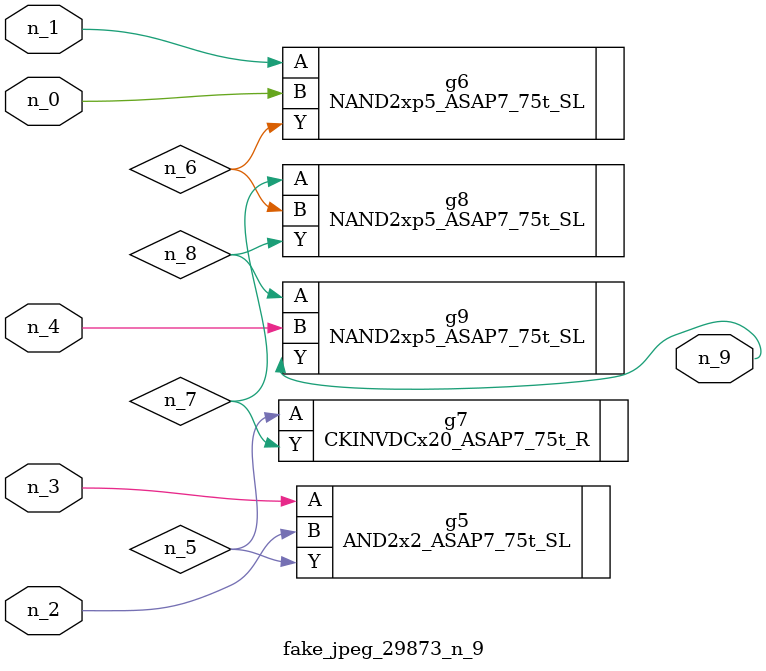
<source format=v>
module fake_jpeg_29873_n_9 (n_3, n_2, n_1, n_0, n_4, n_9);

input n_3;
input n_2;
input n_1;
input n_0;
input n_4;

output n_9;

wire n_8;
wire n_6;
wire n_5;
wire n_7;

AND2x2_ASAP7_75t_SL g5 ( 
.A(n_3),
.B(n_2),
.Y(n_5)
);

NAND2xp5_ASAP7_75t_SL g6 ( 
.A(n_1),
.B(n_0),
.Y(n_6)
);

CKINVDCx20_ASAP7_75t_R g7 ( 
.A(n_5),
.Y(n_7)
);

NAND2xp5_ASAP7_75t_SL g8 ( 
.A(n_7),
.B(n_6),
.Y(n_8)
);

NAND2xp5_ASAP7_75t_SL g9 ( 
.A(n_8),
.B(n_4),
.Y(n_9)
);


endmodule
</source>
